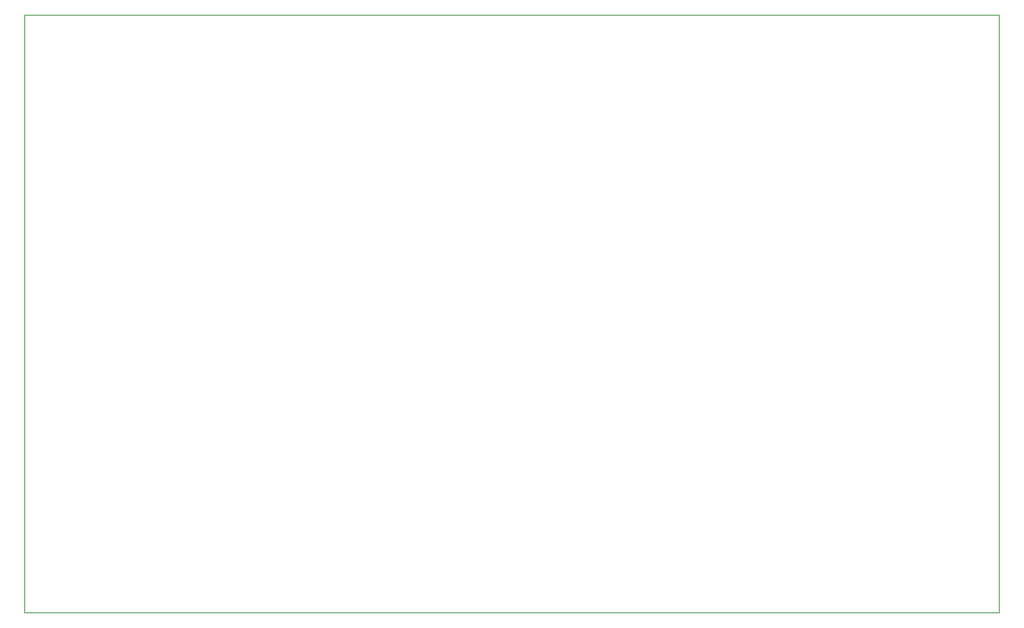
<source format=gbr>
G04 #@! TF.FileFunction,Profile,NP*
%FSLAX46Y46*%
G04 Gerber Fmt 4.6, Leading zero omitted, Abs format (unit mm)*
G04 Created by KiCad (PCBNEW 4.0.7) date 06/18/18 20:47:58*
%MOMM*%
%LPD*%
G01*
G04 APERTURE LIST*
%ADD10C,0.100000*%
%ADD11C,0.150000*%
G04 APERTURE END LIST*
D10*
D11*
X218440000Y-140970000D02*
X218440000Y-17780000D01*
X17780000Y-140970000D02*
X218440000Y-140970000D01*
X17780000Y-17780000D02*
X17780000Y-140970000D01*
X17780000Y-17780000D02*
X218440000Y-17780000D01*
M02*

</source>
